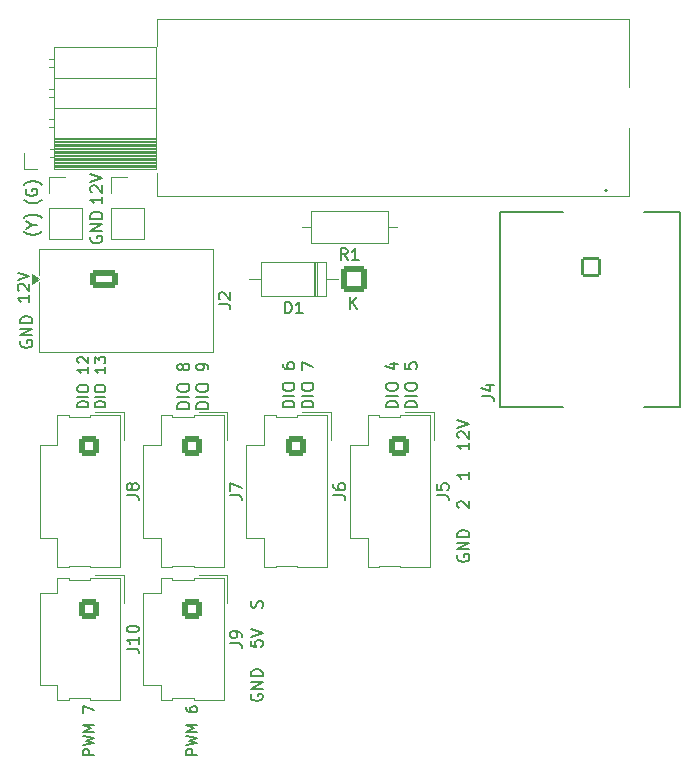
<source format=gto>
G04 #@! TF.GenerationSoftware,KiCad,Pcbnew,9.0.2*
G04 #@! TF.CreationDate,2025-11-18T17:40:05+08:00*
G04 #@! TF.ProjectId,rio hub,72696f20-6875-4622-9e6b-696361645f70,rev?*
G04 #@! TF.SameCoordinates,Original*
G04 #@! TF.FileFunction,Legend,Top*
G04 #@! TF.FilePolarity,Positive*
%FSLAX46Y46*%
G04 Gerber Fmt 4.6, Leading zero omitted, Abs format (unit mm)*
G04 Created by KiCad (PCBNEW 9.0.2) date 2025-11-18 17:40:05*
%MOMM*%
%LPD*%
G01*
G04 APERTURE LIST*
G04 Aperture macros list*
%AMRoundRect*
0 Rectangle with rounded corners*
0 $1 Rounding radius*
0 $2 $3 $4 $5 $6 $7 $8 $9 X,Y pos of 4 corners*
0 Add a 4 corners polygon primitive as box body*
4,1,4,$2,$3,$4,$5,$6,$7,$8,$9,$2,$3,0*
0 Add four circle primitives for the rounded corners*
1,1,$1+$1,$2,$3*
1,1,$1+$1,$4,$5*
1,1,$1+$1,$6,$7*
1,1,$1+$1,$8,$9*
0 Add four rect primitives between the rounded corners*
20,1,$1+$1,$2,$3,$4,$5,0*
20,1,$1+$1,$4,$5,$6,$7,0*
20,1,$1+$1,$6,$7,$8,$9,0*
20,1,$1+$1,$8,$9,$2,$3,0*%
G04 Aperture macros list end*
%ADD10C,0.100000*%
%ADD11C,0.150000*%
%ADD12C,0.120000*%
%ADD13C,0.127000*%
%ADD14C,0.200000*%
%ADD15R,2.300000X1.500000*%
%ADD16RoundRect,0.250001X-0.899999X0.499999X-0.899999X-0.499999X0.899999X-0.499999X0.899999X0.499999X0*%
%ADD17O,2.300000X1.500000*%
%ADD18RoundRect,0.249999X0.850001X0.850001X-0.850001X0.850001X-0.850001X-0.850001X0.850001X-0.850001X0*%
%ADD19C,2.200000*%
%ADD20RoundRect,0.250000X-0.620000X0.620000X-0.620000X-0.620000X0.620000X-0.620000X0.620000X0.620000X0*%
%ADD21C,1.740000*%
%ADD22C,3.200000*%
%ADD23RoundRect,0.102000X0.704000X-0.704000X0.704000X0.704000X-0.704000X0.704000X-0.704000X-0.704000X0*%
%ADD24C,1.612000*%
%ADD25C,2.604000*%
%ADD26R,1.700000X1.700000*%
%ADD27C,1.700000*%
%ADD28C,1.600000*%
%ADD29C,4.064000*%
%ADD30O,1.700000X1.700000*%
G04 APERTURE END LIST*
D10*
X152000000Y-107000000D02*
X112000000Y-107000000D01*
X112000000Y-107000000D02*
X112000000Y-109250000D01*
X152000000Y-116250000D02*
X152000000Y-122000000D01*
X152000000Y-107000000D02*
X152000000Y-112750000D01*
X112000000Y-122000000D02*
X152000000Y-122000000D01*
X112000000Y-122000000D02*
X112000000Y-120000000D01*
D11*
X106658557Y-169285713D02*
X105758557Y-169285713D01*
X105758557Y-169285713D02*
X105758557Y-168942856D01*
X105758557Y-168942856D02*
X105801414Y-168857141D01*
X105801414Y-168857141D02*
X105844271Y-168814284D01*
X105844271Y-168814284D02*
X105929985Y-168771427D01*
X105929985Y-168771427D02*
X106058557Y-168771427D01*
X106058557Y-168771427D02*
X106144271Y-168814284D01*
X106144271Y-168814284D02*
X106187128Y-168857141D01*
X106187128Y-168857141D02*
X106229985Y-168942856D01*
X106229985Y-168942856D02*
X106229985Y-169285713D01*
X105758557Y-168471427D02*
X106658557Y-168257141D01*
X106658557Y-168257141D02*
X106015700Y-168085713D01*
X106015700Y-168085713D02*
X106658557Y-167914284D01*
X106658557Y-167914284D02*
X105758557Y-167699999D01*
X106658557Y-167357142D02*
X105758557Y-167357142D01*
X105758557Y-167357142D02*
X106401414Y-167057142D01*
X106401414Y-167057142D02*
X105758557Y-166757142D01*
X105758557Y-166757142D02*
X106658557Y-166757142D01*
X105758557Y-165728571D02*
X105758557Y-165128571D01*
X105758557Y-165128571D02*
X106658557Y-165514285D01*
X137502438Y-152380953D02*
X137454819Y-152476191D01*
X137454819Y-152476191D02*
X137454819Y-152619048D01*
X137454819Y-152619048D02*
X137502438Y-152761905D01*
X137502438Y-152761905D02*
X137597676Y-152857143D01*
X137597676Y-152857143D02*
X137692914Y-152904762D01*
X137692914Y-152904762D02*
X137883390Y-152952381D01*
X137883390Y-152952381D02*
X138026247Y-152952381D01*
X138026247Y-152952381D02*
X138216723Y-152904762D01*
X138216723Y-152904762D02*
X138311961Y-152857143D01*
X138311961Y-152857143D02*
X138407200Y-152761905D01*
X138407200Y-152761905D02*
X138454819Y-152619048D01*
X138454819Y-152619048D02*
X138454819Y-152523810D01*
X138454819Y-152523810D02*
X138407200Y-152380953D01*
X138407200Y-152380953D02*
X138359580Y-152333334D01*
X138359580Y-152333334D02*
X138026247Y-152333334D01*
X138026247Y-152333334D02*
X138026247Y-152523810D01*
X138454819Y-151904762D02*
X137454819Y-151904762D01*
X137454819Y-151904762D02*
X138454819Y-151333334D01*
X138454819Y-151333334D02*
X137454819Y-151333334D01*
X138454819Y-150857143D02*
X137454819Y-150857143D01*
X137454819Y-150857143D02*
X137454819Y-150619048D01*
X137454819Y-150619048D02*
X137502438Y-150476191D01*
X137502438Y-150476191D02*
X137597676Y-150380953D01*
X137597676Y-150380953D02*
X137692914Y-150333334D01*
X137692914Y-150333334D02*
X137883390Y-150285715D01*
X137883390Y-150285715D02*
X138026247Y-150285715D01*
X138026247Y-150285715D02*
X138216723Y-150333334D01*
X138216723Y-150333334D02*
X138311961Y-150380953D01*
X138311961Y-150380953D02*
X138407200Y-150476191D01*
X138407200Y-150476191D02*
X138454819Y-150619048D01*
X138454819Y-150619048D02*
X138454819Y-150857143D01*
X137550057Y-148380952D02*
X137502438Y-148333333D01*
X137502438Y-148333333D02*
X137454819Y-148238095D01*
X137454819Y-148238095D02*
X137454819Y-148000000D01*
X137454819Y-148000000D02*
X137502438Y-147904762D01*
X137502438Y-147904762D02*
X137550057Y-147857143D01*
X137550057Y-147857143D02*
X137645295Y-147809524D01*
X137645295Y-147809524D02*
X137740533Y-147809524D01*
X137740533Y-147809524D02*
X137883390Y-147857143D01*
X137883390Y-147857143D02*
X138454819Y-148428571D01*
X138454819Y-148428571D02*
X138454819Y-147809524D01*
X138454819Y-145333333D02*
X138454819Y-145904761D01*
X138454819Y-145619047D02*
X137454819Y-145619047D01*
X137454819Y-145619047D02*
X137597676Y-145714285D01*
X137597676Y-145714285D02*
X137692914Y-145809523D01*
X137692914Y-145809523D02*
X137740533Y-145904761D01*
X138454819Y-142857142D02*
X138454819Y-143428570D01*
X138454819Y-143142856D02*
X137454819Y-143142856D01*
X137454819Y-143142856D02*
X137597676Y-143238094D01*
X137597676Y-143238094D02*
X137692914Y-143333332D01*
X137692914Y-143333332D02*
X137740533Y-143428570D01*
X137550057Y-142476189D02*
X137502438Y-142428570D01*
X137502438Y-142428570D02*
X137454819Y-142333332D01*
X137454819Y-142333332D02*
X137454819Y-142095237D01*
X137454819Y-142095237D02*
X137502438Y-141999999D01*
X137502438Y-141999999D02*
X137550057Y-141952380D01*
X137550057Y-141952380D02*
X137645295Y-141904761D01*
X137645295Y-141904761D02*
X137740533Y-141904761D01*
X137740533Y-141904761D02*
X137883390Y-141952380D01*
X137883390Y-141952380D02*
X138454819Y-142523808D01*
X138454819Y-142523808D02*
X138454819Y-141904761D01*
X137454819Y-141619046D02*
X138454819Y-141285713D01*
X138454819Y-141285713D02*
X137454819Y-140952380D01*
X102265771Y-122306857D02*
X102218152Y-122354476D01*
X102218152Y-122354476D02*
X102075295Y-122449714D01*
X102075295Y-122449714D02*
X101980057Y-122497333D01*
X101980057Y-122497333D02*
X101837200Y-122544952D01*
X101837200Y-122544952D02*
X101599104Y-122592571D01*
X101599104Y-122592571D02*
X101408628Y-122592571D01*
X101408628Y-122592571D02*
X101170533Y-122544952D01*
X101170533Y-122544952D02*
X101027676Y-122497333D01*
X101027676Y-122497333D02*
X100932438Y-122449714D01*
X100932438Y-122449714D02*
X100789580Y-122354476D01*
X100789580Y-122354476D02*
X100741961Y-122306857D01*
X100932438Y-121402095D02*
X100884819Y-121497333D01*
X100884819Y-121497333D02*
X100884819Y-121640190D01*
X100884819Y-121640190D02*
X100932438Y-121783047D01*
X100932438Y-121783047D02*
X101027676Y-121878285D01*
X101027676Y-121878285D02*
X101122914Y-121925904D01*
X101122914Y-121925904D02*
X101313390Y-121973523D01*
X101313390Y-121973523D02*
X101456247Y-121973523D01*
X101456247Y-121973523D02*
X101646723Y-121925904D01*
X101646723Y-121925904D02*
X101741961Y-121878285D01*
X101741961Y-121878285D02*
X101837200Y-121783047D01*
X101837200Y-121783047D02*
X101884819Y-121640190D01*
X101884819Y-121640190D02*
X101884819Y-121544952D01*
X101884819Y-121544952D02*
X101837200Y-121402095D01*
X101837200Y-121402095D02*
X101789580Y-121354476D01*
X101789580Y-121354476D02*
X101456247Y-121354476D01*
X101456247Y-121354476D02*
X101456247Y-121544952D01*
X102265771Y-121021142D02*
X102218152Y-120973523D01*
X102218152Y-120973523D02*
X102075295Y-120878285D01*
X102075295Y-120878285D02*
X101980057Y-120830666D01*
X101980057Y-120830666D02*
X101837200Y-120783047D01*
X101837200Y-120783047D02*
X101599104Y-120735428D01*
X101599104Y-120735428D02*
X101408628Y-120735428D01*
X101408628Y-120735428D02*
X101170533Y-120783047D01*
X101170533Y-120783047D02*
X101027676Y-120830666D01*
X101027676Y-120830666D02*
X100932438Y-120878285D01*
X100932438Y-120878285D02*
X100789580Y-120973523D01*
X100789580Y-120973523D02*
X100741961Y-121021142D01*
X102265771Y-124985428D02*
X102218152Y-125033047D01*
X102218152Y-125033047D02*
X102075295Y-125128285D01*
X102075295Y-125128285D02*
X101980057Y-125175904D01*
X101980057Y-125175904D02*
X101837200Y-125223523D01*
X101837200Y-125223523D02*
X101599104Y-125271142D01*
X101599104Y-125271142D02*
X101408628Y-125271142D01*
X101408628Y-125271142D02*
X101170533Y-125223523D01*
X101170533Y-125223523D02*
X101027676Y-125175904D01*
X101027676Y-125175904D02*
X100932438Y-125128285D01*
X100932438Y-125128285D02*
X100789580Y-125033047D01*
X100789580Y-125033047D02*
X100741961Y-124985428D01*
X101408628Y-124413999D02*
X101884819Y-124413999D01*
X100884819Y-124747332D02*
X101408628Y-124413999D01*
X101408628Y-124413999D02*
X100884819Y-124080666D01*
X102265771Y-123842570D02*
X102218152Y-123794951D01*
X102218152Y-123794951D02*
X102075295Y-123699713D01*
X102075295Y-123699713D02*
X101980057Y-123652094D01*
X101980057Y-123652094D02*
X101837200Y-123604475D01*
X101837200Y-123604475D02*
X101599104Y-123556856D01*
X101599104Y-123556856D02*
X101408628Y-123556856D01*
X101408628Y-123556856D02*
X101170533Y-123604475D01*
X101170533Y-123604475D02*
X101027676Y-123652094D01*
X101027676Y-123652094D02*
X100932438Y-123699713D01*
X100932438Y-123699713D02*
X100789580Y-123794951D01*
X100789580Y-123794951D02*
X100741961Y-123842570D01*
X132399847Y-139880951D02*
X131399847Y-139880951D01*
X131399847Y-139880951D02*
X131399847Y-139642856D01*
X131399847Y-139642856D02*
X131447466Y-139499999D01*
X131447466Y-139499999D02*
X131542704Y-139404761D01*
X131542704Y-139404761D02*
X131637942Y-139357142D01*
X131637942Y-139357142D02*
X131828418Y-139309523D01*
X131828418Y-139309523D02*
X131971275Y-139309523D01*
X131971275Y-139309523D02*
X132161751Y-139357142D01*
X132161751Y-139357142D02*
X132256989Y-139404761D01*
X132256989Y-139404761D02*
X132352228Y-139499999D01*
X132352228Y-139499999D02*
X132399847Y-139642856D01*
X132399847Y-139642856D02*
X132399847Y-139880951D01*
X132399847Y-138880951D02*
X131399847Y-138880951D01*
X131399847Y-138214285D02*
X131399847Y-138023809D01*
X131399847Y-138023809D02*
X131447466Y-137928571D01*
X131447466Y-137928571D02*
X131542704Y-137833333D01*
X131542704Y-137833333D02*
X131733180Y-137785714D01*
X131733180Y-137785714D02*
X132066513Y-137785714D01*
X132066513Y-137785714D02*
X132256989Y-137833333D01*
X132256989Y-137833333D02*
X132352228Y-137928571D01*
X132352228Y-137928571D02*
X132399847Y-138023809D01*
X132399847Y-138023809D02*
X132399847Y-138214285D01*
X132399847Y-138214285D02*
X132352228Y-138309523D01*
X132352228Y-138309523D02*
X132256989Y-138404761D01*
X132256989Y-138404761D02*
X132066513Y-138452380D01*
X132066513Y-138452380D02*
X131733180Y-138452380D01*
X131733180Y-138452380D02*
X131542704Y-138404761D01*
X131542704Y-138404761D02*
X131447466Y-138309523D01*
X131447466Y-138309523D02*
X131399847Y-138214285D01*
X131733180Y-136166666D02*
X132399847Y-136166666D01*
X131352228Y-136404761D02*
X132066513Y-136642856D01*
X132066513Y-136642856D02*
X132066513Y-136023809D01*
X134009791Y-139880951D02*
X133009791Y-139880951D01*
X133009791Y-139880951D02*
X133009791Y-139642856D01*
X133009791Y-139642856D02*
X133057410Y-139499999D01*
X133057410Y-139499999D02*
X133152648Y-139404761D01*
X133152648Y-139404761D02*
X133247886Y-139357142D01*
X133247886Y-139357142D02*
X133438362Y-139309523D01*
X133438362Y-139309523D02*
X133581219Y-139309523D01*
X133581219Y-139309523D02*
X133771695Y-139357142D01*
X133771695Y-139357142D02*
X133866933Y-139404761D01*
X133866933Y-139404761D02*
X133962172Y-139499999D01*
X133962172Y-139499999D02*
X134009791Y-139642856D01*
X134009791Y-139642856D02*
X134009791Y-139880951D01*
X134009791Y-138880951D02*
X133009791Y-138880951D01*
X133009791Y-138214285D02*
X133009791Y-138023809D01*
X133009791Y-138023809D02*
X133057410Y-137928571D01*
X133057410Y-137928571D02*
X133152648Y-137833333D01*
X133152648Y-137833333D02*
X133343124Y-137785714D01*
X133343124Y-137785714D02*
X133676457Y-137785714D01*
X133676457Y-137785714D02*
X133866933Y-137833333D01*
X133866933Y-137833333D02*
X133962172Y-137928571D01*
X133962172Y-137928571D02*
X134009791Y-138023809D01*
X134009791Y-138023809D02*
X134009791Y-138214285D01*
X134009791Y-138214285D02*
X133962172Y-138309523D01*
X133962172Y-138309523D02*
X133866933Y-138404761D01*
X133866933Y-138404761D02*
X133676457Y-138452380D01*
X133676457Y-138452380D02*
X133343124Y-138452380D01*
X133343124Y-138452380D02*
X133152648Y-138404761D01*
X133152648Y-138404761D02*
X133057410Y-138309523D01*
X133057410Y-138309523D02*
X133009791Y-138214285D01*
X133009791Y-136119047D02*
X133009791Y-136595237D01*
X133009791Y-136595237D02*
X133485981Y-136642856D01*
X133485981Y-136642856D02*
X133438362Y-136595237D01*
X133438362Y-136595237D02*
X133390743Y-136499999D01*
X133390743Y-136499999D02*
X133390743Y-136261904D01*
X133390743Y-136261904D02*
X133438362Y-136166666D01*
X133438362Y-136166666D02*
X133485981Y-136119047D01*
X133485981Y-136119047D02*
X133581219Y-136071428D01*
X133581219Y-136071428D02*
X133819314Y-136071428D01*
X133819314Y-136071428D02*
X133914552Y-136119047D01*
X133914552Y-136119047D02*
X133962172Y-136166666D01*
X133962172Y-136166666D02*
X134009791Y-136261904D01*
X134009791Y-136261904D02*
X134009791Y-136499999D01*
X134009791Y-136499999D02*
X133962172Y-136595237D01*
X133962172Y-136595237D02*
X133914552Y-136642856D01*
X123649847Y-139880951D02*
X122649847Y-139880951D01*
X122649847Y-139880951D02*
X122649847Y-139642856D01*
X122649847Y-139642856D02*
X122697466Y-139499999D01*
X122697466Y-139499999D02*
X122792704Y-139404761D01*
X122792704Y-139404761D02*
X122887942Y-139357142D01*
X122887942Y-139357142D02*
X123078418Y-139309523D01*
X123078418Y-139309523D02*
X123221275Y-139309523D01*
X123221275Y-139309523D02*
X123411751Y-139357142D01*
X123411751Y-139357142D02*
X123506989Y-139404761D01*
X123506989Y-139404761D02*
X123602228Y-139499999D01*
X123602228Y-139499999D02*
X123649847Y-139642856D01*
X123649847Y-139642856D02*
X123649847Y-139880951D01*
X123649847Y-138880951D02*
X122649847Y-138880951D01*
X122649847Y-138214285D02*
X122649847Y-138023809D01*
X122649847Y-138023809D02*
X122697466Y-137928571D01*
X122697466Y-137928571D02*
X122792704Y-137833333D01*
X122792704Y-137833333D02*
X122983180Y-137785714D01*
X122983180Y-137785714D02*
X123316513Y-137785714D01*
X123316513Y-137785714D02*
X123506989Y-137833333D01*
X123506989Y-137833333D02*
X123602228Y-137928571D01*
X123602228Y-137928571D02*
X123649847Y-138023809D01*
X123649847Y-138023809D02*
X123649847Y-138214285D01*
X123649847Y-138214285D02*
X123602228Y-138309523D01*
X123602228Y-138309523D02*
X123506989Y-138404761D01*
X123506989Y-138404761D02*
X123316513Y-138452380D01*
X123316513Y-138452380D02*
X122983180Y-138452380D01*
X122983180Y-138452380D02*
X122792704Y-138404761D01*
X122792704Y-138404761D02*
X122697466Y-138309523D01*
X122697466Y-138309523D02*
X122649847Y-138214285D01*
X122649847Y-136166666D02*
X122649847Y-136357142D01*
X122649847Y-136357142D02*
X122697466Y-136452380D01*
X122697466Y-136452380D02*
X122745085Y-136499999D01*
X122745085Y-136499999D02*
X122887942Y-136595237D01*
X122887942Y-136595237D02*
X123078418Y-136642856D01*
X123078418Y-136642856D02*
X123459370Y-136642856D01*
X123459370Y-136642856D02*
X123554608Y-136595237D01*
X123554608Y-136595237D02*
X123602228Y-136547618D01*
X123602228Y-136547618D02*
X123649847Y-136452380D01*
X123649847Y-136452380D02*
X123649847Y-136261904D01*
X123649847Y-136261904D02*
X123602228Y-136166666D01*
X123602228Y-136166666D02*
X123554608Y-136119047D01*
X123554608Y-136119047D02*
X123459370Y-136071428D01*
X123459370Y-136071428D02*
X123221275Y-136071428D01*
X123221275Y-136071428D02*
X123126037Y-136119047D01*
X123126037Y-136119047D02*
X123078418Y-136166666D01*
X123078418Y-136166666D02*
X123030799Y-136261904D01*
X123030799Y-136261904D02*
X123030799Y-136452380D01*
X123030799Y-136452380D02*
X123078418Y-136547618D01*
X123078418Y-136547618D02*
X123126037Y-136595237D01*
X123126037Y-136595237D02*
X123221275Y-136642856D01*
X125259791Y-139880951D02*
X124259791Y-139880951D01*
X124259791Y-139880951D02*
X124259791Y-139642856D01*
X124259791Y-139642856D02*
X124307410Y-139499999D01*
X124307410Y-139499999D02*
X124402648Y-139404761D01*
X124402648Y-139404761D02*
X124497886Y-139357142D01*
X124497886Y-139357142D02*
X124688362Y-139309523D01*
X124688362Y-139309523D02*
X124831219Y-139309523D01*
X124831219Y-139309523D02*
X125021695Y-139357142D01*
X125021695Y-139357142D02*
X125116933Y-139404761D01*
X125116933Y-139404761D02*
X125212172Y-139499999D01*
X125212172Y-139499999D02*
X125259791Y-139642856D01*
X125259791Y-139642856D02*
X125259791Y-139880951D01*
X125259791Y-138880951D02*
X124259791Y-138880951D01*
X124259791Y-138214285D02*
X124259791Y-138023809D01*
X124259791Y-138023809D02*
X124307410Y-137928571D01*
X124307410Y-137928571D02*
X124402648Y-137833333D01*
X124402648Y-137833333D02*
X124593124Y-137785714D01*
X124593124Y-137785714D02*
X124926457Y-137785714D01*
X124926457Y-137785714D02*
X125116933Y-137833333D01*
X125116933Y-137833333D02*
X125212172Y-137928571D01*
X125212172Y-137928571D02*
X125259791Y-138023809D01*
X125259791Y-138023809D02*
X125259791Y-138214285D01*
X125259791Y-138214285D02*
X125212172Y-138309523D01*
X125212172Y-138309523D02*
X125116933Y-138404761D01*
X125116933Y-138404761D02*
X124926457Y-138452380D01*
X124926457Y-138452380D02*
X124593124Y-138452380D01*
X124593124Y-138452380D02*
X124402648Y-138404761D01*
X124402648Y-138404761D02*
X124307410Y-138309523D01*
X124307410Y-138309523D02*
X124259791Y-138214285D01*
X124259791Y-136690475D02*
X124259791Y-136023809D01*
X124259791Y-136023809D02*
X125259791Y-136452380D01*
X100502438Y-134261904D02*
X100454819Y-134357142D01*
X100454819Y-134357142D02*
X100454819Y-134499999D01*
X100454819Y-134499999D02*
X100502438Y-134642856D01*
X100502438Y-134642856D02*
X100597676Y-134738094D01*
X100597676Y-134738094D02*
X100692914Y-134785713D01*
X100692914Y-134785713D02*
X100883390Y-134833332D01*
X100883390Y-134833332D02*
X101026247Y-134833332D01*
X101026247Y-134833332D02*
X101216723Y-134785713D01*
X101216723Y-134785713D02*
X101311961Y-134738094D01*
X101311961Y-134738094D02*
X101407200Y-134642856D01*
X101407200Y-134642856D02*
X101454819Y-134499999D01*
X101454819Y-134499999D02*
X101454819Y-134404761D01*
X101454819Y-134404761D02*
X101407200Y-134261904D01*
X101407200Y-134261904D02*
X101359580Y-134214285D01*
X101359580Y-134214285D02*
X101026247Y-134214285D01*
X101026247Y-134214285D02*
X101026247Y-134404761D01*
X101454819Y-133785713D02*
X100454819Y-133785713D01*
X100454819Y-133785713D02*
X101454819Y-133214285D01*
X101454819Y-133214285D02*
X100454819Y-133214285D01*
X101454819Y-132738094D02*
X100454819Y-132738094D01*
X100454819Y-132738094D02*
X100454819Y-132499999D01*
X100454819Y-132499999D02*
X100502438Y-132357142D01*
X100502438Y-132357142D02*
X100597676Y-132261904D01*
X100597676Y-132261904D02*
X100692914Y-132214285D01*
X100692914Y-132214285D02*
X100883390Y-132166666D01*
X100883390Y-132166666D02*
X101026247Y-132166666D01*
X101026247Y-132166666D02*
X101216723Y-132214285D01*
X101216723Y-132214285D02*
X101311961Y-132261904D01*
X101311961Y-132261904D02*
X101407200Y-132357142D01*
X101407200Y-132357142D02*
X101454819Y-132499999D01*
X101454819Y-132499999D02*
X101454819Y-132738094D01*
X106432438Y-125425904D02*
X106384819Y-125521142D01*
X106384819Y-125521142D02*
X106384819Y-125663999D01*
X106384819Y-125663999D02*
X106432438Y-125806856D01*
X106432438Y-125806856D02*
X106527676Y-125902094D01*
X106527676Y-125902094D02*
X106622914Y-125949713D01*
X106622914Y-125949713D02*
X106813390Y-125997332D01*
X106813390Y-125997332D02*
X106956247Y-125997332D01*
X106956247Y-125997332D02*
X107146723Y-125949713D01*
X107146723Y-125949713D02*
X107241961Y-125902094D01*
X107241961Y-125902094D02*
X107337200Y-125806856D01*
X107337200Y-125806856D02*
X107384819Y-125663999D01*
X107384819Y-125663999D02*
X107384819Y-125568761D01*
X107384819Y-125568761D02*
X107337200Y-125425904D01*
X107337200Y-125425904D02*
X107289580Y-125378285D01*
X107289580Y-125378285D02*
X106956247Y-125378285D01*
X106956247Y-125378285D02*
X106956247Y-125568761D01*
X107384819Y-124949713D02*
X106384819Y-124949713D01*
X106384819Y-124949713D02*
X107384819Y-124378285D01*
X107384819Y-124378285D02*
X106384819Y-124378285D01*
X107384819Y-123902094D02*
X106384819Y-123902094D01*
X106384819Y-123902094D02*
X106384819Y-123663999D01*
X106384819Y-123663999D02*
X106432438Y-123521142D01*
X106432438Y-123521142D02*
X106527676Y-123425904D01*
X106527676Y-123425904D02*
X106622914Y-123378285D01*
X106622914Y-123378285D02*
X106813390Y-123330666D01*
X106813390Y-123330666D02*
X106956247Y-123330666D01*
X106956247Y-123330666D02*
X107146723Y-123378285D01*
X107146723Y-123378285D02*
X107241961Y-123425904D01*
X107241961Y-123425904D02*
X107337200Y-123521142D01*
X107337200Y-123521142D02*
X107384819Y-123663999D01*
X107384819Y-123663999D02*
X107384819Y-123902094D01*
X115408557Y-169285713D02*
X114508557Y-169285713D01*
X114508557Y-169285713D02*
X114508557Y-168942856D01*
X114508557Y-168942856D02*
X114551414Y-168857141D01*
X114551414Y-168857141D02*
X114594271Y-168814284D01*
X114594271Y-168814284D02*
X114679985Y-168771427D01*
X114679985Y-168771427D02*
X114808557Y-168771427D01*
X114808557Y-168771427D02*
X114894271Y-168814284D01*
X114894271Y-168814284D02*
X114937128Y-168857141D01*
X114937128Y-168857141D02*
X114979985Y-168942856D01*
X114979985Y-168942856D02*
X114979985Y-169285713D01*
X114508557Y-168471427D02*
X115408557Y-168257141D01*
X115408557Y-168257141D02*
X114765700Y-168085713D01*
X114765700Y-168085713D02*
X115408557Y-167914284D01*
X115408557Y-167914284D02*
X114508557Y-167699999D01*
X115408557Y-167357142D02*
X114508557Y-167357142D01*
X114508557Y-167357142D02*
X115151414Y-167057142D01*
X115151414Y-167057142D02*
X114508557Y-166757142D01*
X114508557Y-166757142D02*
X115408557Y-166757142D01*
X114508557Y-165257143D02*
X114508557Y-165428571D01*
X114508557Y-165428571D02*
X114551414Y-165514285D01*
X114551414Y-165514285D02*
X114594271Y-165557143D01*
X114594271Y-165557143D02*
X114722842Y-165642857D01*
X114722842Y-165642857D02*
X114894271Y-165685714D01*
X114894271Y-165685714D02*
X115237128Y-165685714D01*
X115237128Y-165685714D02*
X115322842Y-165642857D01*
X115322842Y-165642857D02*
X115365700Y-165600000D01*
X115365700Y-165600000D02*
X115408557Y-165514285D01*
X115408557Y-165514285D02*
X115408557Y-165342857D01*
X115408557Y-165342857D02*
X115365700Y-165257143D01*
X115365700Y-165257143D02*
X115322842Y-165214285D01*
X115322842Y-165214285D02*
X115237128Y-165171428D01*
X115237128Y-165171428D02*
X115022842Y-165171428D01*
X115022842Y-165171428D02*
X114937128Y-165214285D01*
X114937128Y-165214285D02*
X114894271Y-165257143D01*
X114894271Y-165257143D02*
X114851414Y-165342857D01*
X114851414Y-165342857D02*
X114851414Y-165514285D01*
X114851414Y-165514285D02*
X114894271Y-165600000D01*
X114894271Y-165600000D02*
X114937128Y-165642857D01*
X114937128Y-165642857D02*
X115022842Y-165685714D01*
X106184082Y-139871428D02*
X105284082Y-139871428D01*
X105284082Y-139871428D02*
X105284082Y-139657142D01*
X105284082Y-139657142D02*
X105326939Y-139528571D01*
X105326939Y-139528571D02*
X105412653Y-139442856D01*
X105412653Y-139442856D02*
X105498367Y-139399999D01*
X105498367Y-139399999D02*
X105669796Y-139357142D01*
X105669796Y-139357142D02*
X105798367Y-139357142D01*
X105798367Y-139357142D02*
X105969796Y-139399999D01*
X105969796Y-139399999D02*
X106055510Y-139442856D01*
X106055510Y-139442856D02*
X106141225Y-139528571D01*
X106141225Y-139528571D02*
X106184082Y-139657142D01*
X106184082Y-139657142D02*
X106184082Y-139871428D01*
X106184082Y-138971428D02*
X105284082Y-138971428D01*
X105284082Y-138371428D02*
X105284082Y-138200000D01*
X105284082Y-138200000D02*
X105326939Y-138114285D01*
X105326939Y-138114285D02*
X105412653Y-138028571D01*
X105412653Y-138028571D02*
X105584082Y-137985714D01*
X105584082Y-137985714D02*
X105884082Y-137985714D01*
X105884082Y-137985714D02*
X106055510Y-138028571D01*
X106055510Y-138028571D02*
X106141225Y-138114285D01*
X106141225Y-138114285D02*
X106184082Y-138200000D01*
X106184082Y-138200000D02*
X106184082Y-138371428D01*
X106184082Y-138371428D02*
X106141225Y-138457143D01*
X106141225Y-138457143D02*
X106055510Y-138542857D01*
X106055510Y-138542857D02*
X105884082Y-138585714D01*
X105884082Y-138585714D02*
X105584082Y-138585714D01*
X105584082Y-138585714D02*
X105412653Y-138542857D01*
X105412653Y-138542857D02*
X105326939Y-138457143D01*
X105326939Y-138457143D02*
X105284082Y-138371428D01*
X106184082Y-136442857D02*
X106184082Y-136957143D01*
X106184082Y-136700000D02*
X105284082Y-136700000D01*
X105284082Y-136700000D02*
X105412653Y-136785714D01*
X105412653Y-136785714D02*
X105498367Y-136871429D01*
X105498367Y-136871429D02*
X105541225Y-136957143D01*
X105369796Y-136100000D02*
X105326939Y-136057143D01*
X105326939Y-136057143D02*
X105284082Y-135971429D01*
X105284082Y-135971429D02*
X105284082Y-135757143D01*
X105284082Y-135757143D02*
X105326939Y-135671429D01*
X105326939Y-135671429D02*
X105369796Y-135628571D01*
X105369796Y-135628571D02*
X105455510Y-135585714D01*
X105455510Y-135585714D02*
X105541225Y-135585714D01*
X105541225Y-135585714D02*
X105669796Y-135628571D01*
X105669796Y-135628571D02*
X106184082Y-136142857D01*
X106184082Y-136142857D02*
X106184082Y-135585714D01*
X107633032Y-139871428D02*
X106733032Y-139871428D01*
X106733032Y-139871428D02*
X106733032Y-139657142D01*
X106733032Y-139657142D02*
X106775889Y-139528571D01*
X106775889Y-139528571D02*
X106861603Y-139442856D01*
X106861603Y-139442856D02*
X106947317Y-139399999D01*
X106947317Y-139399999D02*
X107118746Y-139357142D01*
X107118746Y-139357142D02*
X107247317Y-139357142D01*
X107247317Y-139357142D02*
X107418746Y-139399999D01*
X107418746Y-139399999D02*
X107504460Y-139442856D01*
X107504460Y-139442856D02*
X107590175Y-139528571D01*
X107590175Y-139528571D02*
X107633032Y-139657142D01*
X107633032Y-139657142D02*
X107633032Y-139871428D01*
X107633032Y-138971428D02*
X106733032Y-138971428D01*
X106733032Y-138371428D02*
X106733032Y-138200000D01*
X106733032Y-138200000D02*
X106775889Y-138114285D01*
X106775889Y-138114285D02*
X106861603Y-138028571D01*
X106861603Y-138028571D02*
X107033032Y-137985714D01*
X107033032Y-137985714D02*
X107333032Y-137985714D01*
X107333032Y-137985714D02*
X107504460Y-138028571D01*
X107504460Y-138028571D02*
X107590175Y-138114285D01*
X107590175Y-138114285D02*
X107633032Y-138200000D01*
X107633032Y-138200000D02*
X107633032Y-138371428D01*
X107633032Y-138371428D02*
X107590175Y-138457143D01*
X107590175Y-138457143D02*
X107504460Y-138542857D01*
X107504460Y-138542857D02*
X107333032Y-138585714D01*
X107333032Y-138585714D02*
X107033032Y-138585714D01*
X107033032Y-138585714D02*
X106861603Y-138542857D01*
X106861603Y-138542857D02*
X106775889Y-138457143D01*
X106775889Y-138457143D02*
X106733032Y-138371428D01*
X107633032Y-136442857D02*
X107633032Y-136957143D01*
X107633032Y-136700000D02*
X106733032Y-136700000D01*
X106733032Y-136700000D02*
X106861603Y-136785714D01*
X106861603Y-136785714D02*
X106947317Y-136871429D01*
X106947317Y-136871429D02*
X106990175Y-136957143D01*
X106733032Y-136142857D02*
X106733032Y-135585714D01*
X106733032Y-135585714D02*
X107075889Y-135885714D01*
X107075889Y-135885714D02*
X107075889Y-135757143D01*
X107075889Y-135757143D02*
X107118746Y-135671429D01*
X107118746Y-135671429D02*
X107161603Y-135628571D01*
X107161603Y-135628571D02*
X107247317Y-135585714D01*
X107247317Y-135585714D02*
X107461603Y-135585714D01*
X107461603Y-135585714D02*
X107547317Y-135628571D01*
X107547317Y-135628571D02*
X107590175Y-135671429D01*
X107590175Y-135671429D02*
X107633032Y-135757143D01*
X107633032Y-135757143D02*
X107633032Y-136014286D01*
X107633032Y-136014286D02*
X107590175Y-136100000D01*
X107590175Y-136100000D02*
X107547317Y-136142857D01*
X107384819Y-122033047D02*
X107384819Y-122604475D01*
X107384819Y-122318761D02*
X106384819Y-122318761D01*
X106384819Y-122318761D02*
X106527676Y-122413999D01*
X106527676Y-122413999D02*
X106622914Y-122509237D01*
X106622914Y-122509237D02*
X106670533Y-122604475D01*
X106480057Y-121652094D02*
X106432438Y-121604475D01*
X106432438Y-121604475D02*
X106384819Y-121509237D01*
X106384819Y-121509237D02*
X106384819Y-121271142D01*
X106384819Y-121271142D02*
X106432438Y-121175904D01*
X106432438Y-121175904D02*
X106480057Y-121128285D01*
X106480057Y-121128285D02*
X106575295Y-121080666D01*
X106575295Y-121080666D02*
X106670533Y-121080666D01*
X106670533Y-121080666D02*
X106813390Y-121128285D01*
X106813390Y-121128285D02*
X107384819Y-121699713D01*
X107384819Y-121699713D02*
X107384819Y-121080666D01*
X106384819Y-120794951D02*
X107384819Y-120461618D01*
X107384819Y-120461618D02*
X106384819Y-120128285D01*
X101204819Y-130369047D02*
X101204819Y-130940475D01*
X101204819Y-130654761D02*
X100204819Y-130654761D01*
X100204819Y-130654761D02*
X100347676Y-130749999D01*
X100347676Y-130749999D02*
X100442914Y-130845237D01*
X100442914Y-130845237D02*
X100490533Y-130940475D01*
X100300057Y-129988094D02*
X100252438Y-129940475D01*
X100252438Y-129940475D02*
X100204819Y-129845237D01*
X100204819Y-129845237D02*
X100204819Y-129607142D01*
X100204819Y-129607142D02*
X100252438Y-129511904D01*
X100252438Y-129511904D02*
X100300057Y-129464285D01*
X100300057Y-129464285D02*
X100395295Y-129416666D01*
X100395295Y-129416666D02*
X100490533Y-129416666D01*
X100490533Y-129416666D02*
X100633390Y-129464285D01*
X100633390Y-129464285D02*
X101204819Y-130035713D01*
X101204819Y-130035713D02*
X101204819Y-129416666D01*
X100204819Y-129130951D02*
X101204819Y-128797618D01*
X101204819Y-128797618D02*
X100204819Y-128464285D01*
X114749847Y-139980951D02*
X113749847Y-139980951D01*
X113749847Y-139980951D02*
X113749847Y-139742856D01*
X113749847Y-139742856D02*
X113797466Y-139599999D01*
X113797466Y-139599999D02*
X113892704Y-139504761D01*
X113892704Y-139504761D02*
X113987942Y-139457142D01*
X113987942Y-139457142D02*
X114178418Y-139409523D01*
X114178418Y-139409523D02*
X114321275Y-139409523D01*
X114321275Y-139409523D02*
X114511751Y-139457142D01*
X114511751Y-139457142D02*
X114606989Y-139504761D01*
X114606989Y-139504761D02*
X114702228Y-139599999D01*
X114702228Y-139599999D02*
X114749847Y-139742856D01*
X114749847Y-139742856D02*
X114749847Y-139980951D01*
X114749847Y-138980951D02*
X113749847Y-138980951D01*
X113749847Y-138314285D02*
X113749847Y-138123809D01*
X113749847Y-138123809D02*
X113797466Y-138028571D01*
X113797466Y-138028571D02*
X113892704Y-137933333D01*
X113892704Y-137933333D02*
X114083180Y-137885714D01*
X114083180Y-137885714D02*
X114416513Y-137885714D01*
X114416513Y-137885714D02*
X114606989Y-137933333D01*
X114606989Y-137933333D02*
X114702228Y-138028571D01*
X114702228Y-138028571D02*
X114749847Y-138123809D01*
X114749847Y-138123809D02*
X114749847Y-138314285D01*
X114749847Y-138314285D02*
X114702228Y-138409523D01*
X114702228Y-138409523D02*
X114606989Y-138504761D01*
X114606989Y-138504761D02*
X114416513Y-138552380D01*
X114416513Y-138552380D02*
X114083180Y-138552380D01*
X114083180Y-138552380D02*
X113892704Y-138504761D01*
X113892704Y-138504761D02*
X113797466Y-138409523D01*
X113797466Y-138409523D02*
X113749847Y-138314285D01*
X114178418Y-136552380D02*
X114130799Y-136647618D01*
X114130799Y-136647618D02*
X114083180Y-136695237D01*
X114083180Y-136695237D02*
X113987942Y-136742856D01*
X113987942Y-136742856D02*
X113940323Y-136742856D01*
X113940323Y-136742856D02*
X113845085Y-136695237D01*
X113845085Y-136695237D02*
X113797466Y-136647618D01*
X113797466Y-136647618D02*
X113749847Y-136552380D01*
X113749847Y-136552380D02*
X113749847Y-136361904D01*
X113749847Y-136361904D02*
X113797466Y-136266666D01*
X113797466Y-136266666D02*
X113845085Y-136219047D01*
X113845085Y-136219047D02*
X113940323Y-136171428D01*
X113940323Y-136171428D02*
X113987942Y-136171428D01*
X113987942Y-136171428D02*
X114083180Y-136219047D01*
X114083180Y-136219047D02*
X114130799Y-136266666D01*
X114130799Y-136266666D02*
X114178418Y-136361904D01*
X114178418Y-136361904D02*
X114178418Y-136552380D01*
X114178418Y-136552380D02*
X114226037Y-136647618D01*
X114226037Y-136647618D02*
X114273656Y-136695237D01*
X114273656Y-136695237D02*
X114368894Y-136742856D01*
X114368894Y-136742856D02*
X114559370Y-136742856D01*
X114559370Y-136742856D02*
X114654608Y-136695237D01*
X114654608Y-136695237D02*
X114702228Y-136647618D01*
X114702228Y-136647618D02*
X114749847Y-136552380D01*
X114749847Y-136552380D02*
X114749847Y-136361904D01*
X114749847Y-136361904D02*
X114702228Y-136266666D01*
X114702228Y-136266666D02*
X114654608Y-136219047D01*
X114654608Y-136219047D02*
X114559370Y-136171428D01*
X114559370Y-136171428D02*
X114368894Y-136171428D01*
X114368894Y-136171428D02*
X114273656Y-136219047D01*
X114273656Y-136219047D02*
X114226037Y-136266666D01*
X114226037Y-136266666D02*
X114178418Y-136361904D01*
X116359791Y-139980951D02*
X115359791Y-139980951D01*
X115359791Y-139980951D02*
X115359791Y-139742856D01*
X115359791Y-139742856D02*
X115407410Y-139599999D01*
X115407410Y-139599999D02*
X115502648Y-139504761D01*
X115502648Y-139504761D02*
X115597886Y-139457142D01*
X115597886Y-139457142D02*
X115788362Y-139409523D01*
X115788362Y-139409523D02*
X115931219Y-139409523D01*
X115931219Y-139409523D02*
X116121695Y-139457142D01*
X116121695Y-139457142D02*
X116216933Y-139504761D01*
X116216933Y-139504761D02*
X116312172Y-139599999D01*
X116312172Y-139599999D02*
X116359791Y-139742856D01*
X116359791Y-139742856D02*
X116359791Y-139980951D01*
X116359791Y-138980951D02*
X115359791Y-138980951D01*
X115359791Y-138314285D02*
X115359791Y-138123809D01*
X115359791Y-138123809D02*
X115407410Y-138028571D01*
X115407410Y-138028571D02*
X115502648Y-137933333D01*
X115502648Y-137933333D02*
X115693124Y-137885714D01*
X115693124Y-137885714D02*
X116026457Y-137885714D01*
X116026457Y-137885714D02*
X116216933Y-137933333D01*
X116216933Y-137933333D02*
X116312172Y-138028571D01*
X116312172Y-138028571D02*
X116359791Y-138123809D01*
X116359791Y-138123809D02*
X116359791Y-138314285D01*
X116359791Y-138314285D02*
X116312172Y-138409523D01*
X116312172Y-138409523D02*
X116216933Y-138504761D01*
X116216933Y-138504761D02*
X116026457Y-138552380D01*
X116026457Y-138552380D02*
X115693124Y-138552380D01*
X115693124Y-138552380D02*
X115502648Y-138504761D01*
X115502648Y-138504761D02*
X115407410Y-138409523D01*
X115407410Y-138409523D02*
X115359791Y-138314285D01*
X116359791Y-136647618D02*
X116359791Y-136457142D01*
X116359791Y-136457142D02*
X116312172Y-136361904D01*
X116312172Y-136361904D02*
X116264552Y-136314285D01*
X116264552Y-136314285D02*
X116121695Y-136219047D01*
X116121695Y-136219047D02*
X115931219Y-136171428D01*
X115931219Y-136171428D02*
X115550267Y-136171428D01*
X115550267Y-136171428D02*
X115455029Y-136219047D01*
X115455029Y-136219047D02*
X115407410Y-136266666D01*
X115407410Y-136266666D02*
X115359791Y-136361904D01*
X115359791Y-136361904D02*
X115359791Y-136552380D01*
X115359791Y-136552380D02*
X115407410Y-136647618D01*
X115407410Y-136647618D02*
X115455029Y-136695237D01*
X115455029Y-136695237D02*
X115550267Y-136742856D01*
X115550267Y-136742856D02*
X115788362Y-136742856D01*
X115788362Y-136742856D02*
X115883600Y-136695237D01*
X115883600Y-136695237D02*
X115931219Y-136647618D01*
X115931219Y-136647618D02*
X115978838Y-136552380D01*
X115978838Y-136552380D02*
X115978838Y-136361904D01*
X115978838Y-136361904D02*
X115931219Y-136266666D01*
X115931219Y-136266666D02*
X115883600Y-136219047D01*
X115883600Y-136219047D02*
X115788362Y-136171428D01*
X120002438Y-164166667D02*
X119954819Y-164261905D01*
X119954819Y-164261905D02*
X119954819Y-164404762D01*
X119954819Y-164404762D02*
X120002438Y-164547619D01*
X120002438Y-164547619D02*
X120097676Y-164642857D01*
X120097676Y-164642857D02*
X120192914Y-164690476D01*
X120192914Y-164690476D02*
X120383390Y-164738095D01*
X120383390Y-164738095D02*
X120526247Y-164738095D01*
X120526247Y-164738095D02*
X120716723Y-164690476D01*
X120716723Y-164690476D02*
X120811961Y-164642857D01*
X120811961Y-164642857D02*
X120907200Y-164547619D01*
X120907200Y-164547619D02*
X120954819Y-164404762D01*
X120954819Y-164404762D02*
X120954819Y-164309524D01*
X120954819Y-164309524D02*
X120907200Y-164166667D01*
X120907200Y-164166667D02*
X120859580Y-164119048D01*
X120859580Y-164119048D02*
X120526247Y-164119048D01*
X120526247Y-164119048D02*
X120526247Y-164309524D01*
X120954819Y-163690476D02*
X119954819Y-163690476D01*
X119954819Y-163690476D02*
X120954819Y-163119048D01*
X120954819Y-163119048D02*
X119954819Y-163119048D01*
X120954819Y-162642857D02*
X119954819Y-162642857D01*
X119954819Y-162642857D02*
X119954819Y-162404762D01*
X119954819Y-162404762D02*
X120002438Y-162261905D01*
X120002438Y-162261905D02*
X120097676Y-162166667D01*
X120097676Y-162166667D02*
X120192914Y-162119048D01*
X120192914Y-162119048D02*
X120383390Y-162071429D01*
X120383390Y-162071429D02*
X120526247Y-162071429D01*
X120526247Y-162071429D02*
X120716723Y-162119048D01*
X120716723Y-162119048D02*
X120811961Y-162166667D01*
X120811961Y-162166667D02*
X120907200Y-162261905D01*
X120907200Y-162261905D02*
X120954819Y-162404762D01*
X120954819Y-162404762D02*
X120954819Y-162642857D01*
X119954819Y-159642857D02*
X119954819Y-160119047D01*
X119954819Y-160119047D02*
X120431009Y-160166666D01*
X120431009Y-160166666D02*
X120383390Y-160119047D01*
X120383390Y-160119047D02*
X120335771Y-160023809D01*
X120335771Y-160023809D02*
X120335771Y-159785714D01*
X120335771Y-159785714D02*
X120383390Y-159690476D01*
X120383390Y-159690476D02*
X120431009Y-159642857D01*
X120431009Y-159642857D02*
X120526247Y-159595238D01*
X120526247Y-159595238D02*
X120764342Y-159595238D01*
X120764342Y-159595238D02*
X120859580Y-159642857D01*
X120859580Y-159642857D02*
X120907200Y-159690476D01*
X120907200Y-159690476D02*
X120954819Y-159785714D01*
X120954819Y-159785714D02*
X120954819Y-160023809D01*
X120954819Y-160023809D02*
X120907200Y-160119047D01*
X120907200Y-160119047D02*
X120859580Y-160166666D01*
X119954819Y-159309523D02*
X120954819Y-158976190D01*
X120954819Y-158976190D02*
X119954819Y-158642857D01*
X120907200Y-156833332D02*
X120954819Y-156690475D01*
X120954819Y-156690475D02*
X120954819Y-156452380D01*
X120954819Y-156452380D02*
X120907200Y-156357142D01*
X120907200Y-156357142D02*
X120859580Y-156309523D01*
X120859580Y-156309523D02*
X120764342Y-156261904D01*
X120764342Y-156261904D02*
X120669104Y-156261904D01*
X120669104Y-156261904D02*
X120573866Y-156309523D01*
X120573866Y-156309523D02*
X120526247Y-156357142D01*
X120526247Y-156357142D02*
X120478628Y-156452380D01*
X120478628Y-156452380D02*
X120431009Y-156642856D01*
X120431009Y-156642856D02*
X120383390Y-156738094D01*
X120383390Y-156738094D02*
X120335771Y-156785713D01*
X120335771Y-156785713D02*
X120240533Y-156833332D01*
X120240533Y-156833332D02*
X120145295Y-156833332D01*
X120145295Y-156833332D02*
X120050057Y-156785713D01*
X120050057Y-156785713D02*
X120002438Y-156738094D01*
X120002438Y-156738094D02*
X119954819Y-156642856D01*
X119954819Y-156642856D02*
X119954819Y-156404761D01*
X119954819Y-156404761D02*
X120002438Y-156261904D01*
X117224819Y-131143333D02*
X117939104Y-131143333D01*
X117939104Y-131143333D02*
X118081961Y-131190952D01*
X118081961Y-131190952D02*
X118177200Y-131286190D01*
X118177200Y-131286190D02*
X118224819Y-131429047D01*
X118224819Y-131429047D02*
X118224819Y-131524285D01*
X117320057Y-130714761D02*
X117272438Y-130667142D01*
X117272438Y-130667142D02*
X117224819Y-130571904D01*
X117224819Y-130571904D02*
X117224819Y-130333809D01*
X117224819Y-130333809D02*
X117272438Y-130238571D01*
X117272438Y-130238571D02*
X117320057Y-130190952D01*
X117320057Y-130190952D02*
X117415295Y-130143333D01*
X117415295Y-130143333D02*
X117510533Y-130143333D01*
X117510533Y-130143333D02*
X117653390Y-130190952D01*
X117653390Y-130190952D02*
X118224819Y-130762380D01*
X118224819Y-130762380D02*
X118224819Y-130143333D01*
X122841905Y-131924819D02*
X122841905Y-130924819D01*
X122841905Y-130924819D02*
X123080000Y-130924819D01*
X123080000Y-130924819D02*
X123222857Y-130972438D01*
X123222857Y-130972438D02*
X123318095Y-131067676D01*
X123318095Y-131067676D02*
X123365714Y-131162914D01*
X123365714Y-131162914D02*
X123413333Y-131353390D01*
X123413333Y-131353390D02*
X123413333Y-131496247D01*
X123413333Y-131496247D02*
X123365714Y-131686723D01*
X123365714Y-131686723D02*
X123318095Y-131781961D01*
X123318095Y-131781961D02*
X123222857Y-131877200D01*
X123222857Y-131877200D02*
X123080000Y-131924819D01*
X123080000Y-131924819D02*
X122841905Y-131924819D01*
X124365714Y-131924819D02*
X123794286Y-131924819D01*
X124080000Y-131924819D02*
X124080000Y-130924819D01*
X124080000Y-130924819D02*
X123984762Y-131067676D01*
X123984762Y-131067676D02*
X123889524Y-131162914D01*
X123889524Y-131162914D02*
X123794286Y-131210533D01*
X128398095Y-131554819D02*
X128398095Y-130554819D01*
X128969523Y-131554819D02*
X128540952Y-130983390D01*
X128969523Y-130554819D02*
X128398095Y-131126247D01*
X118204819Y-159833333D02*
X118919104Y-159833333D01*
X118919104Y-159833333D02*
X119061961Y-159880952D01*
X119061961Y-159880952D02*
X119157200Y-159976190D01*
X119157200Y-159976190D02*
X119204819Y-160119047D01*
X119204819Y-160119047D02*
X119204819Y-160214285D01*
X119204819Y-159309523D02*
X119204819Y-159119047D01*
X119204819Y-159119047D02*
X119157200Y-159023809D01*
X119157200Y-159023809D02*
X119109580Y-158976190D01*
X119109580Y-158976190D02*
X118966723Y-158880952D01*
X118966723Y-158880952D02*
X118776247Y-158833333D01*
X118776247Y-158833333D02*
X118395295Y-158833333D01*
X118395295Y-158833333D02*
X118300057Y-158880952D01*
X118300057Y-158880952D02*
X118252438Y-158928571D01*
X118252438Y-158928571D02*
X118204819Y-159023809D01*
X118204819Y-159023809D02*
X118204819Y-159214285D01*
X118204819Y-159214285D02*
X118252438Y-159309523D01*
X118252438Y-159309523D02*
X118300057Y-159357142D01*
X118300057Y-159357142D02*
X118395295Y-159404761D01*
X118395295Y-159404761D02*
X118633390Y-159404761D01*
X118633390Y-159404761D02*
X118728628Y-159357142D01*
X118728628Y-159357142D02*
X118776247Y-159309523D01*
X118776247Y-159309523D02*
X118823866Y-159214285D01*
X118823866Y-159214285D02*
X118823866Y-159023809D01*
X118823866Y-159023809D02*
X118776247Y-158928571D01*
X118776247Y-158928571D02*
X118728628Y-158880952D01*
X118728628Y-158880952D02*
X118633390Y-158833333D01*
X109454819Y-147313333D02*
X110169104Y-147313333D01*
X110169104Y-147313333D02*
X110311961Y-147360952D01*
X110311961Y-147360952D02*
X110407200Y-147456190D01*
X110407200Y-147456190D02*
X110454819Y-147599047D01*
X110454819Y-147599047D02*
X110454819Y-147694285D01*
X109883390Y-146694285D02*
X109835771Y-146789523D01*
X109835771Y-146789523D02*
X109788152Y-146837142D01*
X109788152Y-146837142D02*
X109692914Y-146884761D01*
X109692914Y-146884761D02*
X109645295Y-146884761D01*
X109645295Y-146884761D02*
X109550057Y-146837142D01*
X109550057Y-146837142D02*
X109502438Y-146789523D01*
X109502438Y-146789523D02*
X109454819Y-146694285D01*
X109454819Y-146694285D02*
X109454819Y-146503809D01*
X109454819Y-146503809D02*
X109502438Y-146408571D01*
X109502438Y-146408571D02*
X109550057Y-146360952D01*
X109550057Y-146360952D02*
X109645295Y-146313333D01*
X109645295Y-146313333D02*
X109692914Y-146313333D01*
X109692914Y-146313333D02*
X109788152Y-146360952D01*
X109788152Y-146360952D02*
X109835771Y-146408571D01*
X109835771Y-146408571D02*
X109883390Y-146503809D01*
X109883390Y-146503809D02*
X109883390Y-146694285D01*
X109883390Y-146694285D02*
X109931009Y-146789523D01*
X109931009Y-146789523D02*
X109978628Y-146837142D01*
X109978628Y-146837142D02*
X110073866Y-146884761D01*
X110073866Y-146884761D02*
X110264342Y-146884761D01*
X110264342Y-146884761D02*
X110359580Y-146837142D01*
X110359580Y-146837142D02*
X110407200Y-146789523D01*
X110407200Y-146789523D02*
X110454819Y-146694285D01*
X110454819Y-146694285D02*
X110454819Y-146503809D01*
X110454819Y-146503809D02*
X110407200Y-146408571D01*
X110407200Y-146408571D02*
X110359580Y-146360952D01*
X110359580Y-146360952D02*
X110264342Y-146313333D01*
X110264342Y-146313333D02*
X110073866Y-146313333D01*
X110073866Y-146313333D02*
X109978628Y-146360952D01*
X109978628Y-146360952D02*
X109931009Y-146408571D01*
X109931009Y-146408571D02*
X109883390Y-146503809D01*
X139524819Y-138919333D02*
X140239104Y-138919333D01*
X140239104Y-138919333D02*
X140381961Y-138966952D01*
X140381961Y-138966952D02*
X140477200Y-139062190D01*
X140477200Y-139062190D02*
X140524819Y-139205047D01*
X140524819Y-139205047D02*
X140524819Y-139300285D01*
X139858152Y-138014571D02*
X140524819Y-138014571D01*
X139477200Y-138252666D02*
X140191485Y-138490761D01*
X140191485Y-138490761D02*
X140191485Y-137871714D01*
X135704819Y-147313333D02*
X136419104Y-147313333D01*
X136419104Y-147313333D02*
X136561961Y-147360952D01*
X136561961Y-147360952D02*
X136657200Y-147456190D01*
X136657200Y-147456190D02*
X136704819Y-147599047D01*
X136704819Y-147599047D02*
X136704819Y-147694285D01*
X135704819Y-146360952D02*
X135704819Y-146837142D01*
X135704819Y-146837142D02*
X136181009Y-146884761D01*
X136181009Y-146884761D02*
X136133390Y-146837142D01*
X136133390Y-146837142D02*
X136085771Y-146741904D01*
X136085771Y-146741904D02*
X136085771Y-146503809D01*
X136085771Y-146503809D02*
X136133390Y-146408571D01*
X136133390Y-146408571D02*
X136181009Y-146360952D01*
X136181009Y-146360952D02*
X136276247Y-146313333D01*
X136276247Y-146313333D02*
X136514342Y-146313333D01*
X136514342Y-146313333D02*
X136609580Y-146360952D01*
X136609580Y-146360952D02*
X136657200Y-146408571D01*
X136657200Y-146408571D02*
X136704819Y-146503809D01*
X136704819Y-146503809D02*
X136704819Y-146741904D01*
X136704819Y-146741904D02*
X136657200Y-146837142D01*
X136657200Y-146837142D02*
X136609580Y-146884761D01*
X126954819Y-147313333D02*
X127669104Y-147313333D01*
X127669104Y-147313333D02*
X127811961Y-147360952D01*
X127811961Y-147360952D02*
X127907200Y-147456190D01*
X127907200Y-147456190D02*
X127954819Y-147599047D01*
X127954819Y-147599047D02*
X127954819Y-147694285D01*
X126954819Y-146408571D02*
X126954819Y-146599047D01*
X126954819Y-146599047D02*
X127002438Y-146694285D01*
X127002438Y-146694285D02*
X127050057Y-146741904D01*
X127050057Y-146741904D02*
X127192914Y-146837142D01*
X127192914Y-146837142D02*
X127383390Y-146884761D01*
X127383390Y-146884761D02*
X127764342Y-146884761D01*
X127764342Y-146884761D02*
X127859580Y-146837142D01*
X127859580Y-146837142D02*
X127907200Y-146789523D01*
X127907200Y-146789523D02*
X127954819Y-146694285D01*
X127954819Y-146694285D02*
X127954819Y-146503809D01*
X127954819Y-146503809D02*
X127907200Y-146408571D01*
X127907200Y-146408571D02*
X127859580Y-146360952D01*
X127859580Y-146360952D02*
X127764342Y-146313333D01*
X127764342Y-146313333D02*
X127526247Y-146313333D01*
X127526247Y-146313333D02*
X127431009Y-146360952D01*
X127431009Y-146360952D02*
X127383390Y-146408571D01*
X127383390Y-146408571D02*
X127335771Y-146503809D01*
X127335771Y-146503809D02*
X127335771Y-146694285D01*
X127335771Y-146694285D02*
X127383390Y-146789523D01*
X127383390Y-146789523D02*
X127431009Y-146837142D01*
X127431009Y-146837142D02*
X127526247Y-146884761D01*
X128153333Y-127410819D02*
X127820000Y-126934628D01*
X127581905Y-127410819D02*
X127581905Y-126410819D01*
X127581905Y-126410819D02*
X127962857Y-126410819D01*
X127962857Y-126410819D02*
X128058095Y-126458438D01*
X128058095Y-126458438D02*
X128105714Y-126506057D01*
X128105714Y-126506057D02*
X128153333Y-126601295D01*
X128153333Y-126601295D02*
X128153333Y-126744152D01*
X128153333Y-126744152D02*
X128105714Y-126839390D01*
X128105714Y-126839390D02*
X128058095Y-126887009D01*
X128058095Y-126887009D02*
X127962857Y-126934628D01*
X127962857Y-126934628D02*
X127581905Y-126934628D01*
X129105714Y-127410819D02*
X128534286Y-127410819D01*
X128820000Y-127410819D02*
X128820000Y-126410819D01*
X128820000Y-126410819D02*
X128724762Y-126553676D01*
X128724762Y-126553676D02*
X128629524Y-126648914D01*
X128629524Y-126648914D02*
X128534286Y-126696533D01*
X109454819Y-160309523D02*
X110169104Y-160309523D01*
X110169104Y-160309523D02*
X110311961Y-160357142D01*
X110311961Y-160357142D02*
X110407200Y-160452380D01*
X110407200Y-160452380D02*
X110454819Y-160595237D01*
X110454819Y-160595237D02*
X110454819Y-160690475D01*
X110454819Y-159309523D02*
X110454819Y-159880951D01*
X110454819Y-159595237D02*
X109454819Y-159595237D01*
X109454819Y-159595237D02*
X109597676Y-159690475D01*
X109597676Y-159690475D02*
X109692914Y-159785713D01*
X109692914Y-159785713D02*
X109740533Y-159880951D01*
X109454819Y-158690475D02*
X109454819Y-158595237D01*
X109454819Y-158595237D02*
X109502438Y-158499999D01*
X109502438Y-158499999D02*
X109550057Y-158452380D01*
X109550057Y-158452380D02*
X109645295Y-158404761D01*
X109645295Y-158404761D02*
X109835771Y-158357142D01*
X109835771Y-158357142D02*
X110073866Y-158357142D01*
X110073866Y-158357142D02*
X110264342Y-158404761D01*
X110264342Y-158404761D02*
X110359580Y-158452380D01*
X110359580Y-158452380D02*
X110407200Y-158499999D01*
X110407200Y-158499999D02*
X110454819Y-158595237D01*
X110454819Y-158595237D02*
X110454819Y-158690475D01*
X110454819Y-158690475D02*
X110407200Y-158785713D01*
X110407200Y-158785713D02*
X110359580Y-158833332D01*
X110359580Y-158833332D02*
X110264342Y-158880951D01*
X110264342Y-158880951D02*
X110073866Y-158928570D01*
X110073866Y-158928570D02*
X109835771Y-158928570D01*
X109835771Y-158928570D02*
X109645295Y-158880951D01*
X109645295Y-158880951D02*
X109550057Y-158833332D01*
X109550057Y-158833332D02*
X109502438Y-158785713D01*
X109502438Y-158785713D02*
X109454819Y-158690475D01*
X118204819Y-147313333D02*
X118919104Y-147313333D01*
X118919104Y-147313333D02*
X119061961Y-147360952D01*
X119061961Y-147360952D02*
X119157200Y-147456190D01*
X119157200Y-147456190D02*
X119204819Y-147599047D01*
X119204819Y-147599047D02*
X119204819Y-147694285D01*
X118204819Y-146932380D02*
X118204819Y-146265714D01*
X118204819Y-146265714D02*
X119204819Y-146694285D01*
D12*
X102030000Y-126440000D02*
X116770000Y-126440000D01*
X102030000Y-128700000D02*
X102030000Y-126440000D01*
X102030000Y-135180000D02*
X102030000Y-129300000D01*
X116770000Y-126440000D02*
X116770000Y-135180000D01*
X116770000Y-135180000D02*
X102030000Y-135180000D01*
X102030000Y-129000000D02*
X101420000Y-129440000D01*
X101420000Y-128560000D01*
X102030000Y-129000000D01*
G36*
X102030000Y-129000000D02*
G01*
X101420000Y-129440000D01*
X101420000Y-128560000D01*
X102030000Y-129000000D01*
G37*
X119840000Y-129000000D02*
X120860000Y-129000000D01*
X125280000Y-130470000D02*
X125280000Y-127530000D01*
X125400000Y-130470000D02*
X125400000Y-127530000D01*
X125520000Y-130470000D02*
X125520000Y-127530000D01*
X127320000Y-129000000D02*
X126300000Y-129000000D01*
X126300000Y-130470000D02*
X120860000Y-130470000D01*
X120860000Y-127530000D01*
X126300000Y-127530000D01*
X126300000Y-130470000D01*
X110840000Y-155580000D02*
X110840000Y-163420000D01*
X110840000Y-163420000D02*
X112340000Y-163420000D01*
X112340000Y-154350000D02*
X112340000Y-155580000D01*
X112340000Y-155580000D02*
X110840000Y-155580000D01*
X112340000Y-163420000D02*
X112340000Y-164650000D01*
X112340000Y-164650000D02*
X113320000Y-164650000D01*
X113320000Y-154350000D02*
X112340000Y-154350000D01*
X113320000Y-154480000D02*
X113320000Y-154350000D01*
X113320000Y-164520000D02*
X115130000Y-164520000D01*
X113320000Y-164650000D02*
X113320000Y-164520000D01*
X115130000Y-154350000D02*
X115130000Y-154480000D01*
X115130000Y-154480000D02*
X113320000Y-154480000D01*
X115130000Y-164520000D02*
X115130000Y-164650000D01*
X115130000Y-164650000D02*
X117660000Y-164650000D01*
X115550000Y-154050000D02*
X117960000Y-154050000D01*
X117660000Y-154350000D02*
X115130000Y-154350000D01*
X117660000Y-164650000D02*
X117660000Y-154350000D01*
X117960000Y-154050000D02*
X117960000Y-156460000D01*
X102090000Y-143060000D02*
X102090000Y-150900000D01*
X102090000Y-150900000D02*
X103590000Y-150900000D01*
X103590000Y-140560000D02*
X103590000Y-143060000D01*
X103590000Y-143060000D02*
X102090000Y-143060000D01*
X103590000Y-150900000D02*
X103590000Y-153400000D01*
X103590000Y-153400000D02*
X104570000Y-153400000D01*
X104570000Y-140560000D02*
X103590000Y-140560000D01*
X104570000Y-140690000D02*
X104570000Y-140560000D01*
X104570000Y-153270000D02*
X106380000Y-153270000D01*
X104570000Y-153400000D02*
X104570000Y-153270000D01*
X106380000Y-140560000D02*
X106380000Y-140690000D01*
X106380000Y-140690000D02*
X104570000Y-140690000D01*
X106380000Y-153270000D02*
X106380000Y-153400000D01*
X106380000Y-153400000D02*
X108910000Y-153400000D01*
X106800000Y-140260000D02*
X109210000Y-140260000D01*
X108910000Y-140560000D02*
X106380000Y-140560000D01*
X108910000Y-153400000D02*
X108910000Y-140560000D01*
X109210000Y-140260000D02*
X109210000Y-142670000D01*
D13*
X141030000Y-123336000D02*
X146370000Y-123336000D01*
X141030000Y-139836000D02*
X141030000Y-123336000D01*
X146370000Y-139836000D02*
X141030000Y-139836000D01*
X156320000Y-123336000D02*
X153240000Y-123336000D01*
X156320000Y-123336000D02*
X156320000Y-139836000D01*
X156320000Y-139836000D02*
X153240000Y-139836000D01*
D14*
X150150000Y-121511000D02*
G75*
G02*
X149950000Y-121511000I-100000J0D01*
G01*
X149950000Y-121511000D02*
G75*
G02*
X150150000Y-121511000I100000J0D01*
G01*
D12*
X102870000Y-120345000D02*
X104250000Y-120345000D01*
X102870000Y-121725000D02*
X102870000Y-120345000D01*
X102870000Y-122995000D02*
X102870000Y-125645000D01*
X102870000Y-122995000D02*
X105630000Y-122995000D01*
X102870000Y-125645000D02*
X105630000Y-125645000D01*
X105630000Y-122995000D02*
X105630000Y-125645000D01*
X100740000Y-119680000D02*
X100740000Y-118350000D01*
X101850000Y-119680000D02*
X100740000Y-119680000D01*
X103310000Y-110370000D02*
X102900000Y-110370000D01*
X103310000Y-111090000D02*
X102900000Y-111090000D01*
X103310000Y-112910000D02*
X102900000Y-112910000D01*
X103310000Y-113630000D02*
X102900000Y-113630000D01*
X103310000Y-115450000D02*
X102900000Y-115450000D01*
X103310000Y-116170000D02*
X102900000Y-116170000D01*
X103310000Y-117990000D02*
X102960000Y-117990000D01*
X103310000Y-118710000D02*
X102960000Y-118710000D01*
X103310000Y-119680000D02*
X103310000Y-109400000D01*
X111940000Y-109400000D02*
X103310000Y-109400000D01*
X111940000Y-112000000D02*
X103310000Y-112000000D01*
X111940000Y-114540000D02*
X103310000Y-114540000D01*
X111940000Y-117080000D02*
X103310000Y-117080000D01*
X111940000Y-117198100D02*
X103310000Y-117198100D01*
X111940000Y-117316195D02*
X103310000Y-117316195D01*
X111940000Y-117434290D02*
X103310000Y-117434290D01*
X111940000Y-117552385D02*
X103310000Y-117552385D01*
X111940000Y-117670480D02*
X103310000Y-117670480D01*
X111940000Y-117788575D02*
X103310000Y-117788575D01*
X111940000Y-117906670D02*
X103310000Y-117906670D01*
X111940000Y-118024765D02*
X103310000Y-118024765D01*
X111940000Y-118142860D02*
X103310000Y-118142860D01*
X111940000Y-118260955D02*
X103310000Y-118260955D01*
X111940000Y-118379050D02*
X103310000Y-118379050D01*
X111940000Y-118497145D02*
X103310000Y-118497145D01*
X111940000Y-118615240D02*
X103310000Y-118615240D01*
X111940000Y-118733335D02*
X103310000Y-118733335D01*
X111940000Y-118851430D02*
X103310000Y-118851430D01*
X111940000Y-118969525D02*
X103310000Y-118969525D01*
X111940000Y-119087620D02*
X103310000Y-119087620D01*
X111940000Y-119205715D02*
X103310000Y-119205715D01*
X111940000Y-119323810D02*
X103310000Y-119323810D01*
X111940000Y-119441905D02*
X103310000Y-119441905D01*
X111940000Y-119560000D02*
X103310000Y-119560000D01*
X111940000Y-119680000D02*
X103310000Y-119680000D01*
X111940000Y-119680000D02*
X111940000Y-109400000D01*
X128340000Y-143060000D02*
X128340000Y-150900000D01*
X128340000Y-150900000D02*
X129840000Y-150900000D01*
X129840000Y-140560000D02*
X129840000Y-143060000D01*
X129840000Y-143060000D02*
X128340000Y-143060000D01*
X129840000Y-150900000D02*
X129840000Y-153400000D01*
X129840000Y-153400000D02*
X130820000Y-153400000D01*
X130820000Y-140560000D02*
X129840000Y-140560000D01*
X130820000Y-140690000D02*
X130820000Y-140560000D01*
X130820000Y-153270000D02*
X132630000Y-153270000D01*
X130820000Y-153400000D02*
X130820000Y-153270000D01*
X132630000Y-140560000D02*
X132630000Y-140690000D01*
X132630000Y-140690000D02*
X130820000Y-140690000D01*
X132630000Y-153270000D02*
X132630000Y-153400000D01*
X132630000Y-153400000D02*
X135160000Y-153400000D01*
X133050000Y-140260000D02*
X135460000Y-140260000D01*
X135160000Y-140560000D02*
X132630000Y-140560000D01*
X135160000Y-153400000D02*
X135160000Y-140560000D01*
X135460000Y-140260000D02*
X135460000Y-142670000D01*
X119590000Y-143060000D02*
X119590000Y-150900000D01*
X119590000Y-150900000D02*
X121090000Y-150900000D01*
X121090000Y-140560000D02*
X121090000Y-143060000D01*
X121090000Y-143060000D02*
X119590000Y-143060000D01*
X121090000Y-150900000D02*
X121090000Y-153400000D01*
X121090000Y-153400000D02*
X122070000Y-153400000D01*
X122070000Y-140560000D02*
X121090000Y-140560000D01*
X122070000Y-140690000D02*
X122070000Y-140560000D01*
X122070000Y-153270000D02*
X123880000Y-153270000D01*
X122070000Y-153400000D02*
X122070000Y-153270000D01*
X123880000Y-140560000D02*
X123880000Y-140690000D01*
X123880000Y-140690000D02*
X122070000Y-140690000D01*
X123880000Y-153270000D02*
X123880000Y-153400000D01*
X123880000Y-153400000D02*
X126410000Y-153400000D01*
X124300000Y-140260000D02*
X126710000Y-140260000D01*
X126410000Y-140560000D02*
X123880000Y-140560000D01*
X126410000Y-153400000D02*
X126410000Y-140560000D01*
X126710000Y-140260000D02*
X126710000Y-142670000D01*
X124280000Y-124586000D02*
X125050000Y-124586000D01*
X132360000Y-124586000D02*
X131590000Y-124586000D01*
X131590000Y-125956000D02*
X125050000Y-125956000D01*
X125050000Y-123216000D01*
X131590000Y-123216000D01*
X131590000Y-125956000D01*
X108120000Y-120345000D02*
X109500000Y-120345000D01*
X108120000Y-121725000D02*
X108120000Y-120345000D01*
X108120000Y-122995000D02*
X108120000Y-125645000D01*
X108120000Y-122995000D02*
X110880000Y-122995000D01*
X108120000Y-125645000D02*
X110880000Y-125645000D01*
X110880000Y-122995000D02*
X110880000Y-125645000D01*
X102090000Y-155580000D02*
X102090000Y-163420000D01*
X102090000Y-163420000D02*
X103590000Y-163420000D01*
X103590000Y-154350000D02*
X103590000Y-155580000D01*
X103590000Y-155580000D02*
X102090000Y-155580000D01*
X103590000Y-163420000D02*
X103590000Y-164650000D01*
X103590000Y-164650000D02*
X104570000Y-164650000D01*
X104570000Y-154350000D02*
X103590000Y-154350000D01*
X104570000Y-154480000D02*
X104570000Y-154350000D01*
X104570000Y-164520000D02*
X106380000Y-164520000D01*
X104570000Y-164650000D02*
X104570000Y-164520000D01*
X106380000Y-154350000D02*
X106380000Y-154480000D01*
X106380000Y-154480000D02*
X104570000Y-154480000D01*
X106380000Y-164520000D02*
X106380000Y-164650000D01*
X106380000Y-164650000D02*
X108910000Y-164650000D01*
X106800000Y-154050000D02*
X109210000Y-154050000D01*
X108910000Y-154350000D02*
X106380000Y-154350000D01*
X108910000Y-164650000D02*
X108910000Y-154350000D01*
X109210000Y-154050000D02*
X109210000Y-156460000D01*
X110840000Y-143060000D02*
X110840000Y-150900000D01*
X110840000Y-150900000D02*
X112340000Y-150900000D01*
X112340000Y-140560000D02*
X112340000Y-143060000D01*
X112340000Y-143060000D02*
X110840000Y-143060000D01*
X112340000Y-150900000D02*
X112340000Y-153400000D01*
X112340000Y-153400000D02*
X113320000Y-153400000D01*
X113320000Y-140560000D02*
X112340000Y-140560000D01*
X113320000Y-140690000D02*
X113320000Y-140560000D01*
X113320000Y-153270000D02*
X115130000Y-153270000D01*
X113320000Y-153400000D02*
X113320000Y-153270000D01*
X115130000Y-140560000D02*
X115130000Y-140690000D01*
X115130000Y-140690000D02*
X113320000Y-140690000D01*
X115130000Y-153270000D02*
X115130000Y-153400000D01*
X115130000Y-153400000D02*
X117660000Y-153400000D01*
X115550000Y-140260000D02*
X117960000Y-140260000D01*
X117660000Y-140560000D02*
X115130000Y-140560000D01*
X117660000Y-153400000D02*
X117660000Y-140560000D01*
X117960000Y-140260000D02*
X117960000Y-142670000D01*
%LPC*%
D15*
X112500000Y-129000000D03*
D16*
X107500000Y-129000000D03*
D17*
X112500000Y-132500000D03*
X107500000Y-132500000D03*
D18*
X128660000Y-129000000D03*
D19*
X118500000Y-129000000D03*
D20*
X115000000Y-156960000D03*
D21*
X115000000Y-159500000D03*
X115000000Y-162040000D03*
D20*
X106250000Y-143170000D03*
D21*
X106250000Y-145710000D03*
X106250000Y-148250000D03*
X106250000Y-150790000D03*
D22*
X151320000Y-137936000D03*
X151320000Y-125236000D03*
D23*
X148780000Y-128016000D03*
D24*
X147000000Y-129036000D03*
X148780000Y-130056000D03*
X147000000Y-131076000D03*
X148780000Y-132096000D03*
X147000000Y-133116000D03*
X148780000Y-134136000D03*
X147000000Y-135156000D03*
X142180000Y-124726000D03*
X142180000Y-127016000D03*
X142180000Y-136156000D03*
X142180000Y-138446000D03*
D25*
X147890000Y-139711000D03*
X147890000Y-123461000D03*
D26*
X104250000Y-121725000D03*
D27*
X104250000Y-124265000D03*
D26*
X101850000Y-118350000D03*
D27*
X101850000Y-115810000D03*
X101850000Y-113270000D03*
X101850000Y-110730000D03*
D20*
X132500000Y-143170000D03*
D21*
X132500000Y-145710000D03*
X132500000Y-148250000D03*
X132500000Y-150790000D03*
D20*
X123750000Y-143170000D03*
D21*
X123750000Y-145710000D03*
X123750000Y-148250000D03*
X123750000Y-150790000D03*
D28*
X133400000Y-124586000D03*
X123240000Y-124586000D03*
D26*
X109500000Y-121725000D03*
D27*
X109500000Y-124265000D03*
D20*
X106250000Y-156960000D03*
D21*
X106250000Y-159500000D03*
X106250000Y-162040000D03*
D20*
X115000000Y-143170000D03*
D21*
X115000000Y-145710000D03*
X115000000Y-148250000D03*
X115000000Y-150790000D03*
D29*
X103504200Y-103504200D03*
X153135800Y-103504200D03*
D30*
X148640000Y-171500000D03*
X148640000Y-174040000D03*
X146100000Y-171500000D03*
X146100000Y-174040000D03*
X143560000Y-171500000D03*
X143560000Y-174040000D03*
X141020000Y-171500000D03*
X141020000Y-174040000D03*
X138480000Y-171500000D03*
X138480000Y-174040000D03*
X135940000Y-171500000D03*
X135940000Y-174040000D03*
X133400000Y-171500000D03*
X133400000Y-174040000D03*
X130860000Y-171500000D03*
X130860000Y-174040000D03*
X128320000Y-171500000D03*
X128320000Y-174040000D03*
X125780000Y-171500000D03*
X125780000Y-174040000D03*
X123240000Y-171500000D03*
X123240000Y-174040000D03*
X120700000Y-171500000D03*
X120700000Y-174040000D03*
X118160000Y-171500000D03*
X118160000Y-174040000D03*
X115620000Y-171500000D03*
X115620000Y-174040000D03*
X113080000Y-171500000D03*
X113080000Y-174040000D03*
X110540000Y-171500000D03*
X110540000Y-174040000D03*
X108000000Y-171500000D03*
X108000000Y-174040000D03*
%LPD*%
M02*

</source>
